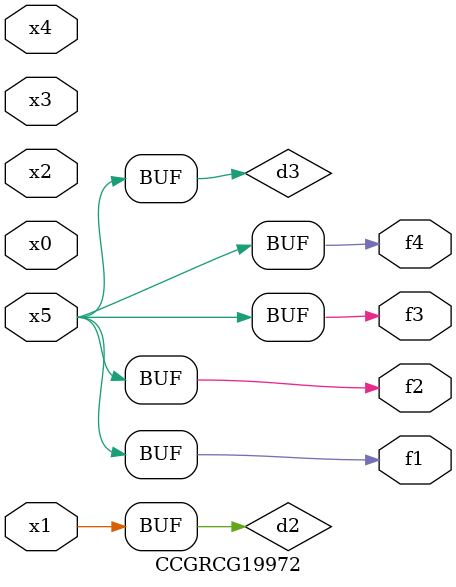
<source format=v>
module CCGRCG19972(
	input x0, x1, x2, x3, x4, x5,
	output f1, f2, f3, f4
);

	wire d1, d2, d3;

	not (d1, x5);
	or (d2, x1);
	xnor (d3, d1);
	assign f1 = d3;
	assign f2 = d3;
	assign f3 = d3;
	assign f4 = d3;
endmodule

</source>
